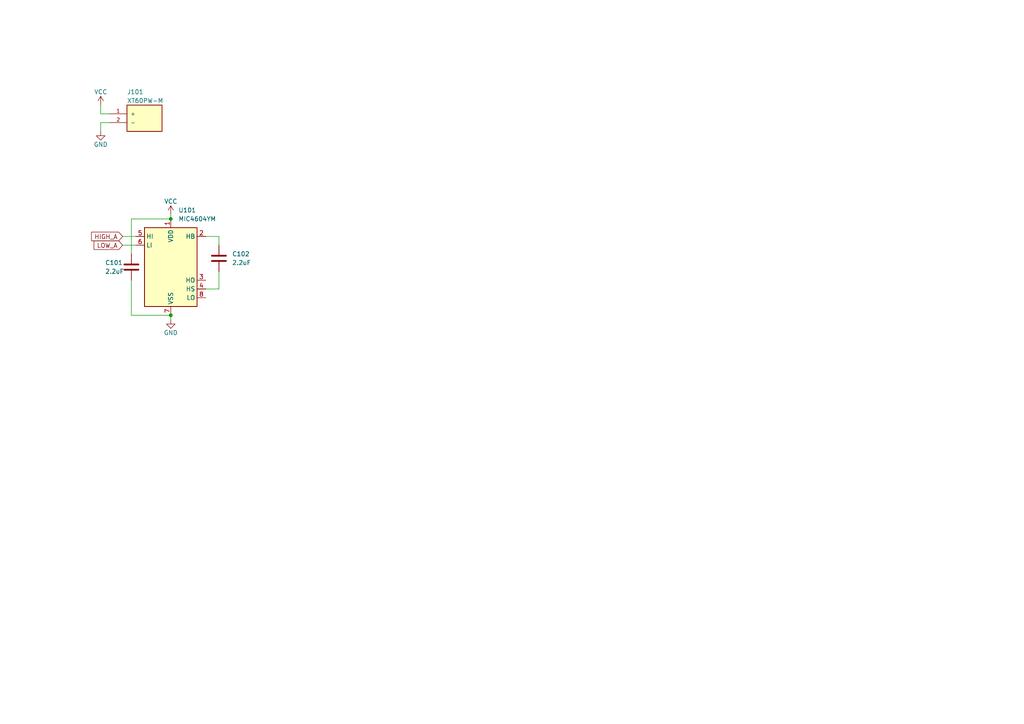
<source format=kicad_sch>
(kicad_sch (version 20230121) (generator eeschema)
  (paper "A4")
  (lib_symbols
    (symbol "Device:C" (pin_numbers hide) (pin_names (offset 0.254))
      (property "Reference" "C" (at 0.635 2.54 0))
      (property "Value" "C" (at 0.635 -2.54 0))
      (symbol "C_0_1"
        (polyline (pts (xy -2.032 -0.762) (xy 2.032 -0.762)) (stroke (width 0.508)))
        (polyline (pts (xy -2.032 0.762) (xy 2.032 0.762)) (stroke (width 0.508)))
      )
      (symbol "C_1_1"
        (pin passive line (at 0 3.81 270) (length 2.794) (name "~") (number "1"))
        (pin passive line (at 0 -3.81 90) (length 2.794) (name "~") (number "2"))
      )
    )
    (symbol "Driver_FET:MIC4604YM"
      (property "Reference" "U" (at -8.89 -8.89 0))
      (property "Value" "MIC4604YM" (at -8.89 -11.43 0))
      (symbol "MIC4604YM_0_1"
        (rectangle (start -7.62 -12.7) (end 7.62 10.16) (stroke (width 0.254)) (fill (type background)))
      )
      (symbol "MIC4604YM_1_1"
        (pin power_in line (at 0 12.7 270) (length 2.54) (name "VDD") (number "1"))
        (pin passive line (at 10.16 7.62 180) (length 2.54) (name "HB") (number "2"))
        (pin output line (at 10.16 -5.08 180) (length 2.54) (name "HO") (number "3"))
        (pin passive line (at 10.16 -7.62 180) (length 2.54) (name "HS") (number "4"))
        (pin input line (at -10.16 7.62 0) (length 2.54) (name "HI") (number "5"))
        (pin input line (at -10.16 5.08 0) (length 2.54) (name "LI") (number "6"))
        (pin power_in line (at 0 -15.24 90) (length 2.54) (name "VSS") (number "7"))
        (pin output line (at 10.16 -10.16 180) (length 2.54) (name "LO") (number "8"))
      )
    )
    (symbol "XT60PW-M:XT60PW-M" (pin_names (offset 1.016))
      (property "Reference" "J101" (at -5.08 8.89 0))
      (property "Value" "XT60PW-M" (at -5.08 6.35 0))
      (symbol "XT60PW-M_0_0"
        (rectangle (start -5.08 5.08) (end 5.08 -2.54) (stroke (width 0.254)) (fill (type background)))
        (pin passive line (at -10.16 2.54 0) (length 5.08) (name "+") (number "1"))
        (pin passive line (at -10.16 0 0) (length 5.08) (name "-") (number "2"))
      )
    )
    (symbol "power:GND" (power) (pin_names (offset 0))
      (property "Value" "GND" (at 0 -3.81 0))
      (symbol "GND_0_1"
        (polyline (pts (xy 0 0) (xy 0 -1.27) (xy 1.27 -1.27) (xy 0 -2.54) (xy -1.27 -1.27) (xy 0 -1.27)))
      )
      (symbol "GND_1_1"
        (pin power_in line (at 0 0 270) (length 0) hide (name "GND") (number "1"))
      )
    )
    (symbol "power:VCC" (power) (pin_names (offset 0))
      (property "Value" "VCC" (at 0 3.81 0))
      (symbol "VCC_0_1"
        (polyline (pts (xy -0.762 1.27) (xy 0 2.54)))
        (polyline (pts (xy 0 0) (xy 0 2.54)))
        (polyline (pts (xy 0 2.54) (xy 0.762 1.27)))
      )
      (symbol "VCC_1_1"
        (pin power_in line (at 0 0 90) (length 0) hide (name "VCC") (number "1"))
      )
    )
  )
  (junction (at 49.53 91.44))
  (junction (at 49.53 63.5))
  (wire (pts (xy 63.5 83.82) (xy 59.69 83.82)))
  (wire (pts (xy 38.1 63.5) (xy 38.1 73.66)))
  (wire (pts (xy 31.75 33.02) (xy 29.21 33.02)))
  (wire (pts (xy 63.5 78.74) (xy 63.5 83.82)))
  (wire (pts (xy 31.75 35.56) (xy 29.21 35.56)))
  (wire (pts (xy 35.56 68.58) (xy 39.37 68.58)))
  (wire (pts (xy 49.53 62.23) (xy 49.53 63.5)))
  (wire (pts (xy 38.1 81.28) (xy 38.1 91.44)))
  (wire (pts (xy 49.53 91.44) (xy 49.53 92.71)))
  (wire (pts (xy 59.69 68.58) (xy 63.5 68.58)))
  (wire (pts (xy 38.1 91.44) (xy 49.53 91.44)))
  (wire (pts (xy 29.21 35.56) (xy 29.21 38.1)))
  (wire (pts (xy 63.5 68.58) (xy 63.5 71.12)))
  (wire (pts (xy 49.53 63.5) (xy 38.1 63.5)))
  (wire (pts (xy 29.21 30.48) (xy 29.21 33.02)))
  (wire (pts (xy 35.56 71.12) (xy 39.37 71.12)))
  (global_label "LOW_A" (shape input) (at 35.56 71.12 180) (property "Intersheetrefs" "${INTERSHEET_REFS}" (effects hide)))
  (global_label "HIGH_A" (shape input) (at 35.56 68.58 180) (property "Intersheetrefs" "${INTERSHEET_REFS}" (effects hide)))
  (symbol (lib_id "power:VCC") (at 49.53 62.23 0) (unit 1)
    (property "Reference" "#PWR0104" (effects hide))
    (property "Value" "VCC" (at 49.53 58.42 0))
  )
  (symbol (lib_id "XT60PW-M:XT60PW-M") (at 41.91 35.56 0) (unit 1)
    (property "Reference" "J101" (at 36.83 26.67 0) (effects (justify left)))
    (property "Value" "XT60PW-M" (at 36.83 29.21 0) (effects (justify left)))
    (property "Footprint" "XT60PW-M:XT60PW-M" (effects hide))
    (property "MF" "AMASS" (effects hide))
    (property "MAXIMUM_PACKAGE_HEIGHT" "8.4 mm" (effects hide))
    (property "Package" "Package" (effects hide))
    (property "Price" "None" (effects hide))
    (property "Check_prices" "https://www.snapeda.com/parts/XT60PW-M/AMASS/view-part/?ref=eda" (effects hide))
    (property "STANDARD" "Manufacturer recommendations" (effects hide))
    (property "PARTREV" "V1.2" (effects hide))
    (property "SnapEDA_Link" "https://www.snapeda.com/parts/XT60PW-M/AMASS/view-part/?ref=snap" (effects hide))
    (property "MP" "XT60PW-M" (effects hide))
    (property "Description" "\nSocket, DC supply, male, PIN: 2\n" (effects hide))
    (property "Availability" "Not in stock" (effects hide))
    (property "MANUFACTURER" "AMASS" (effects hide))
  )
  (symbol (lib_id "power:GND") (at 49.53 92.71 0) (mirror y) (unit 1)
    (property "Reference" "#PWR0103" (effects hide))
    (property "Value" "GND" (at 49.53 96.52 0))
  )
  (symbol (lib_id "power:GND") (at 29.21 38.1 0) (unit 1)
    (property "Reference" "#PWR0101" (effects hide))
    (property "Value" "GND" (at 29.21 41.91 0))
  )
  (symbol (lib_id "Device:C") (at 38.1 77.47 0) (unit 1)
    (property "Reference" "C101" (at 30.48 76.2 0) (effects (justify left)))
    (property "Value" "2.2uF" (at 30.48 78.74 0) (effects (justify left)))
    (property "Footprint" "Capacitor_SMD:C_0603_1608Metric" (effects hide))
  )
  (symbol (lib_id "power:VCC") (at 29.21 30.48 0) (unit 1)
    (property "Reference" "#PWR0102" (effects hide))
    (property "Value" "VCC" (at 29.21 26.67 0))
  )
  (symbol (lib_id "Driver_FET:MIC4604YM") (at 49.53 76.2 0) (unit 1)
    (property "Reference" "U101" (at 51.7241 60.96 0) (effects (justify left)))
    (property "Value" "MIC4604YM" (at 51.7241 63.5 0) (effects (justify left)))
    (property "Footprint" "Package_SO:SOIC-8_3.9x4.9mm_P1.27mm" (effects hide))
    (property "Datasheet" "http://ww1.microchip.com/downloads/en/DeviceDoc/20005852A.pdf" (effects hide))
  )
  (symbol (lib_id "Device:C") (at 63.5 74.93 0) (unit 1)
    (property "Reference" "C102" (at 67.31 73.66 0) (effects (justify left)))
    (property "Value" "2.2uF" (at 67.31 76.2 0) (effects (justify left)))
    (property "Footprint" "Capacitor_SMD:C_0603_1608Metric" (effects hide))
  )
)
</source>
